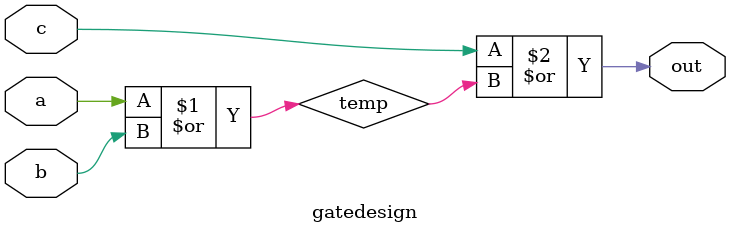
<source format=v>
/* 
 or , or circuit
*/
module gatedesign
(
 a,
 b,
 c,
 out
 );

	input a;
	input b;
	input c;

	output out;

	wire temp;

   assign temp = a | b;
   assign out = c | temp ;
 
endmodule // 
</source>
